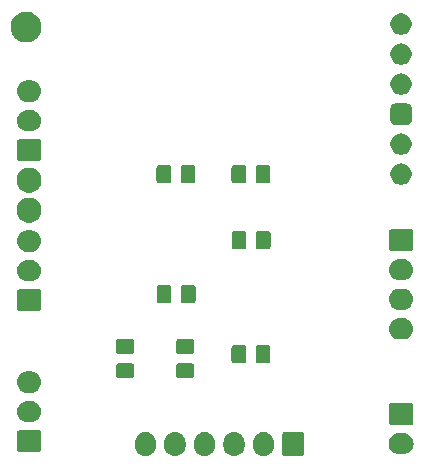
<source format=gbs>
G04 #@! TF.GenerationSoftware,KiCad,Pcbnew,5.1.5*
G04 #@! TF.CreationDate,2020-01-13T20:05:45+01:00*
G04 #@! TF.ProjectId,ESP8266_Uni,45535038-3236-4365-9f55-6e692e6b6963,rev?*
G04 #@! TF.SameCoordinates,Original*
G04 #@! TF.FileFunction,Soldermask,Bot*
G04 #@! TF.FilePolarity,Negative*
%FSLAX46Y46*%
G04 Gerber Fmt 4.6, Leading zero omitted, Abs format (unit mm)*
G04 Created by KiCad (PCBNEW 5.1.5) date 2020-01-13 20:05:45*
%MOMM*%
%LPD*%
G04 APERTURE LIST*
%ADD10C,0.100000*%
G04 APERTURE END LIST*
D10*
G36*
X121280627Y-56391037D02*
G01*
X121450466Y-56442557D01*
X121606991Y-56526222D01*
X121642729Y-56555552D01*
X121744186Y-56638814D01*
X121813943Y-56723815D01*
X121856778Y-56776009D01*
X121940443Y-56932534D01*
X121991963Y-57102374D01*
X122005000Y-57234743D01*
X122005000Y-57573258D01*
X121991963Y-57705627D01*
X121940443Y-57875466D01*
X121856778Y-58031991D01*
X121827448Y-58067729D01*
X121744186Y-58169186D01*
X121606989Y-58281779D01*
X121450467Y-58365442D01*
X121450465Y-58365443D01*
X121280626Y-58416963D01*
X121104000Y-58434359D01*
X120927373Y-58416963D01*
X120757534Y-58365443D01*
X120601009Y-58281778D01*
X120558750Y-58247097D01*
X120463814Y-58169186D01*
X120351221Y-58031989D01*
X120267558Y-57875467D01*
X120265322Y-57868097D01*
X120216037Y-57705626D01*
X120203000Y-57573257D01*
X120203000Y-57234742D01*
X120216037Y-57102373D01*
X120267557Y-56932534D01*
X120351222Y-56776009D01*
X120463815Y-56638815D01*
X120601010Y-56526222D01*
X120757535Y-56442557D01*
X120927374Y-56391037D01*
X121104000Y-56373641D01*
X121280627Y-56391037D01*
G37*
G36*
X123780627Y-56391037D02*
G01*
X123950466Y-56442557D01*
X124106991Y-56526222D01*
X124142729Y-56555552D01*
X124244186Y-56638814D01*
X124313943Y-56723815D01*
X124356778Y-56776009D01*
X124440443Y-56932534D01*
X124491963Y-57102374D01*
X124505000Y-57234743D01*
X124505000Y-57573258D01*
X124491963Y-57705627D01*
X124440443Y-57875466D01*
X124356778Y-58031991D01*
X124327448Y-58067729D01*
X124244186Y-58169186D01*
X124106989Y-58281779D01*
X123950467Y-58365442D01*
X123950465Y-58365443D01*
X123780626Y-58416963D01*
X123604000Y-58434359D01*
X123427373Y-58416963D01*
X123257534Y-58365443D01*
X123101009Y-58281778D01*
X123058750Y-58247097D01*
X122963814Y-58169186D01*
X122851221Y-58031989D01*
X122767558Y-57875467D01*
X122765322Y-57868097D01*
X122716037Y-57705626D01*
X122703000Y-57573257D01*
X122703000Y-57234742D01*
X122716037Y-57102373D01*
X122767557Y-56932534D01*
X122851222Y-56776009D01*
X122963815Y-56638815D01*
X123101010Y-56526222D01*
X123257535Y-56442557D01*
X123427374Y-56391037D01*
X123604000Y-56373641D01*
X123780627Y-56391037D01*
G37*
G36*
X126280627Y-56391037D02*
G01*
X126450466Y-56442557D01*
X126606991Y-56526222D01*
X126642729Y-56555552D01*
X126744186Y-56638814D01*
X126813943Y-56723815D01*
X126856778Y-56776009D01*
X126940443Y-56932534D01*
X126991963Y-57102374D01*
X127005000Y-57234743D01*
X127005000Y-57573258D01*
X126991963Y-57705627D01*
X126940443Y-57875466D01*
X126856778Y-58031991D01*
X126827448Y-58067729D01*
X126744186Y-58169186D01*
X126606989Y-58281779D01*
X126450467Y-58365442D01*
X126450465Y-58365443D01*
X126280626Y-58416963D01*
X126104000Y-58434359D01*
X125927373Y-58416963D01*
X125757534Y-58365443D01*
X125601009Y-58281778D01*
X125558750Y-58247097D01*
X125463814Y-58169186D01*
X125351221Y-58031989D01*
X125267558Y-57875467D01*
X125265322Y-57868097D01*
X125216037Y-57705626D01*
X125203000Y-57573257D01*
X125203000Y-57234742D01*
X125216037Y-57102373D01*
X125267557Y-56932534D01*
X125351222Y-56776009D01*
X125463815Y-56638815D01*
X125601010Y-56526222D01*
X125757535Y-56442557D01*
X125927374Y-56391037D01*
X126104000Y-56373641D01*
X126280627Y-56391037D01*
G37*
G36*
X131280627Y-56391037D02*
G01*
X131450466Y-56442557D01*
X131606991Y-56526222D01*
X131642729Y-56555552D01*
X131744186Y-56638814D01*
X131813943Y-56723815D01*
X131856778Y-56776009D01*
X131940443Y-56932534D01*
X131991963Y-57102374D01*
X132005000Y-57234743D01*
X132005000Y-57573258D01*
X131991963Y-57705627D01*
X131940443Y-57875466D01*
X131856778Y-58031991D01*
X131827448Y-58067729D01*
X131744186Y-58169186D01*
X131606989Y-58281779D01*
X131450467Y-58365442D01*
X131450465Y-58365443D01*
X131280626Y-58416963D01*
X131104000Y-58434359D01*
X130927373Y-58416963D01*
X130757534Y-58365443D01*
X130601009Y-58281778D01*
X130558750Y-58247097D01*
X130463814Y-58169186D01*
X130351221Y-58031989D01*
X130267558Y-57875467D01*
X130265322Y-57868097D01*
X130216037Y-57705626D01*
X130203000Y-57573257D01*
X130203000Y-57234742D01*
X130216037Y-57102373D01*
X130267557Y-56932534D01*
X130351222Y-56776009D01*
X130463815Y-56638815D01*
X130601010Y-56526222D01*
X130757535Y-56442557D01*
X130927374Y-56391037D01*
X131104000Y-56373641D01*
X131280627Y-56391037D01*
G37*
G36*
X128780627Y-56391037D02*
G01*
X128950466Y-56442557D01*
X129106991Y-56526222D01*
X129142729Y-56555552D01*
X129244186Y-56638814D01*
X129313943Y-56723815D01*
X129356778Y-56776009D01*
X129440443Y-56932534D01*
X129491963Y-57102374D01*
X129505000Y-57234743D01*
X129505000Y-57573258D01*
X129491963Y-57705627D01*
X129440443Y-57875466D01*
X129356778Y-58031991D01*
X129327448Y-58067729D01*
X129244186Y-58169186D01*
X129106989Y-58281779D01*
X128950467Y-58365442D01*
X128950465Y-58365443D01*
X128780626Y-58416963D01*
X128604000Y-58434359D01*
X128427373Y-58416963D01*
X128257534Y-58365443D01*
X128101009Y-58281778D01*
X128058750Y-58247097D01*
X127963814Y-58169186D01*
X127851221Y-58031989D01*
X127767558Y-57875467D01*
X127765322Y-57868097D01*
X127716037Y-57705626D01*
X127703000Y-57573257D01*
X127703000Y-57234742D01*
X127716037Y-57102373D01*
X127767557Y-56932534D01*
X127851222Y-56776009D01*
X127963815Y-56638815D01*
X128101010Y-56526222D01*
X128257535Y-56442557D01*
X128427374Y-56391037D01*
X128604000Y-56373641D01*
X128780627Y-56391037D01*
G37*
G36*
X134362600Y-56381989D02*
G01*
X134395652Y-56392015D01*
X134426103Y-56408292D01*
X134452799Y-56430201D01*
X134474708Y-56456897D01*
X134490985Y-56487348D01*
X134501011Y-56520400D01*
X134505000Y-56560903D01*
X134505000Y-58247097D01*
X134501011Y-58287600D01*
X134490985Y-58320652D01*
X134474708Y-58351103D01*
X134452799Y-58377799D01*
X134426103Y-58399708D01*
X134395652Y-58415985D01*
X134362600Y-58426011D01*
X134322097Y-58430000D01*
X132885903Y-58430000D01*
X132845400Y-58426011D01*
X132812348Y-58415985D01*
X132781897Y-58399708D01*
X132755201Y-58377799D01*
X132733292Y-58351103D01*
X132717015Y-58320652D01*
X132706989Y-58287600D01*
X132703000Y-58247097D01*
X132703000Y-56560903D01*
X132706989Y-56520400D01*
X132717015Y-56487348D01*
X132733292Y-56456897D01*
X132755201Y-56430201D01*
X132781897Y-56408292D01*
X132812348Y-56392015D01*
X132845400Y-56381989D01*
X132885903Y-56378000D01*
X134322097Y-56378000D01*
X134362600Y-56381989D01*
G37*
G36*
X143008442Y-56469518D02*
G01*
X143074627Y-56476037D01*
X143244466Y-56527557D01*
X143244468Y-56527558D01*
X143322728Y-56569389D01*
X143400991Y-56611222D01*
X143434612Y-56638814D01*
X143538186Y-56723814D01*
X143621448Y-56825271D01*
X143650778Y-56861009D01*
X143734443Y-57017534D01*
X143785963Y-57187373D01*
X143803359Y-57364000D01*
X143785963Y-57540627D01*
X143734443Y-57710466D01*
X143650778Y-57866991D01*
X143621448Y-57902729D01*
X143538186Y-58004186D01*
X143436729Y-58087448D01*
X143400991Y-58116778D01*
X143244466Y-58200443D01*
X143074627Y-58251963D01*
X143008442Y-58258482D01*
X142942260Y-58265000D01*
X142553740Y-58265000D01*
X142487558Y-58258482D01*
X142421373Y-58251963D01*
X142251534Y-58200443D01*
X142095009Y-58116778D01*
X142059271Y-58087448D01*
X141957814Y-58004186D01*
X141874552Y-57902729D01*
X141845222Y-57866991D01*
X141761557Y-57710466D01*
X141710037Y-57540627D01*
X141692641Y-57364000D01*
X141710037Y-57187373D01*
X141761557Y-57017534D01*
X141845222Y-56861009D01*
X141874552Y-56825271D01*
X141957814Y-56723814D01*
X142061388Y-56638814D01*
X142095009Y-56611222D01*
X142173272Y-56569389D01*
X142251532Y-56527558D01*
X142251534Y-56527557D01*
X142421373Y-56476037D01*
X142487558Y-56469518D01*
X142553740Y-56463000D01*
X142942260Y-56463000D01*
X143008442Y-56469518D01*
G37*
G36*
X112135600Y-56252989D02*
G01*
X112168652Y-56263015D01*
X112199103Y-56279292D01*
X112225799Y-56301201D01*
X112247708Y-56327897D01*
X112263985Y-56358348D01*
X112274011Y-56391400D01*
X112278000Y-56431903D01*
X112278000Y-57868097D01*
X112274011Y-57908600D01*
X112263985Y-57941652D01*
X112247708Y-57972103D01*
X112225799Y-57998799D01*
X112199103Y-58020708D01*
X112168652Y-58036985D01*
X112135600Y-58047011D01*
X112095097Y-58051000D01*
X110408903Y-58051000D01*
X110368400Y-58047011D01*
X110335348Y-58036985D01*
X110304897Y-58020708D01*
X110278201Y-57998799D01*
X110256292Y-57972103D01*
X110240015Y-57941652D01*
X110229989Y-57908600D01*
X110226000Y-57868097D01*
X110226000Y-56431903D01*
X110229989Y-56391400D01*
X110240015Y-56358348D01*
X110256292Y-56327897D01*
X110278201Y-56301201D01*
X110304897Y-56279292D01*
X110335348Y-56263015D01*
X110368400Y-56252989D01*
X110408903Y-56249000D01*
X112095097Y-56249000D01*
X112135600Y-56252989D01*
G37*
G36*
X143656600Y-53966989D02*
G01*
X143689652Y-53977015D01*
X143720103Y-53993292D01*
X143746799Y-54015201D01*
X143768708Y-54041897D01*
X143784985Y-54072348D01*
X143795011Y-54105400D01*
X143799000Y-54145903D01*
X143799000Y-55582097D01*
X143795011Y-55622600D01*
X143784985Y-55655652D01*
X143768708Y-55686103D01*
X143746799Y-55712799D01*
X143720103Y-55734708D01*
X143689652Y-55750985D01*
X143656600Y-55761011D01*
X143616097Y-55765000D01*
X141879903Y-55765000D01*
X141839400Y-55761011D01*
X141806348Y-55750985D01*
X141775897Y-55734708D01*
X141749201Y-55712799D01*
X141727292Y-55686103D01*
X141711015Y-55655652D01*
X141700989Y-55622600D01*
X141697000Y-55582097D01*
X141697000Y-54145903D01*
X141700989Y-54105400D01*
X141711015Y-54072348D01*
X141727292Y-54041897D01*
X141749201Y-54015201D01*
X141775897Y-53993292D01*
X141806348Y-53977015D01*
X141839400Y-53966989D01*
X141879903Y-53963000D01*
X143616097Y-53963000D01*
X143656600Y-53966989D01*
G37*
G36*
X111487442Y-53755518D02*
G01*
X111553627Y-53762037D01*
X111723466Y-53813557D01*
X111879991Y-53897222D01*
X111915729Y-53926552D01*
X112017186Y-54009814D01*
X112095630Y-54105400D01*
X112129778Y-54147009D01*
X112213443Y-54303534D01*
X112264963Y-54473373D01*
X112282359Y-54650000D01*
X112264963Y-54826627D01*
X112213443Y-54996466D01*
X112129778Y-55152991D01*
X112100448Y-55188729D01*
X112017186Y-55290186D01*
X111915729Y-55373448D01*
X111879991Y-55402778D01*
X111723466Y-55486443D01*
X111553627Y-55537963D01*
X111487443Y-55544481D01*
X111421260Y-55551000D01*
X111082740Y-55551000D01*
X111016557Y-55544481D01*
X110950373Y-55537963D01*
X110780534Y-55486443D01*
X110624009Y-55402778D01*
X110588271Y-55373448D01*
X110486814Y-55290186D01*
X110403552Y-55188729D01*
X110374222Y-55152991D01*
X110290557Y-54996466D01*
X110239037Y-54826627D01*
X110221641Y-54650000D01*
X110239037Y-54473373D01*
X110290557Y-54303534D01*
X110374222Y-54147009D01*
X110408370Y-54105400D01*
X110486814Y-54009814D01*
X110588271Y-53926552D01*
X110624009Y-53897222D01*
X110780534Y-53813557D01*
X110950373Y-53762037D01*
X111016558Y-53755518D01*
X111082740Y-53749000D01*
X111421260Y-53749000D01*
X111487442Y-53755518D01*
G37*
G36*
X111487443Y-51255519D02*
G01*
X111553627Y-51262037D01*
X111723466Y-51313557D01*
X111879991Y-51397222D01*
X111915729Y-51426552D01*
X112017186Y-51509814D01*
X112081289Y-51587925D01*
X112129778Y-51647009D01*
X112213443Y-51803534D01*
X112264963Y-51973373D01*
X112282359Y-52150000D01*
X112264963Y-52326627D01*
X112213443Y-52496466D01*
X112129778Y-52652991D01*
X112100448Y-52688729D01*
X112017186Y-52790186D01*
X111915729Y-52873448D01*
X111879991Y-52902778D01*
X111723466Y-52986443D01*
X111553627Y-53037963D01*
X111487442Y-53044482D01*
X111421260Y-53051000D01*
X111082740Y-53051000D01*
X111016558Y-53044482D01*
X110950373Y-53037963D01*
X110780534Y-52986443D01*
X110624009Y-52902778D01*
X110588271Y-52873448D01*
X110486814Y-52790186D01*
X110403552Y-52688729D01*
X110374222Y-52652991D01*
X110290557Y-52496466D01*
X110239037Y-52326627D01*
X110221641Y-52150000D01*
X110239037Y-51973373D01*
X110290557Y-51803534D01*
X110374222Y-51647009D01*
X110422711Y-51587925D01*
X110486814Y-51509814D01*
X110588271Y-51426552D01*
X110624009Y-51397222D01*
X110780534Y-51313557D01*
X110950373Y-51262037D01*
X111016558Y-51255518D01*
X111082740Y-51249000D01*
X111421260Y-51249000D01*
X111487443Y-51255519D01*
G37*
G36*
X125048674Y-50568465D02*
G01*
X125086367Y-50579899D01*
X125121103Y-50598466D01*
X125151548Y-50623452D01*
X125176534Y-50653897D01*
X125195101Y-50688633D01*
X125206535Y-50726326D01*
X125211000Y-50771661D01*
X125211000Y-51608339D01*
X125206535Y-51653674D01*
X125195101Y-51691367D01*
X125176534Y-51726103D01*
X125151548Y-51756548D01*
X125121103Y-51781534D01*
X125086367Y-51800101D01*
X125048674Y-51811535D01*
X125003339Y-51816000D01*
X123916661Y-51816000D01*
X123871326Y-51811535D01*
X123833633Y-51800101D01*
X123798897Y-51781534D01*
X123768452Y-51756548D01*
X123743466Y-51726103D01*
X123724899Y-51691367D01*
X123713465Y-51653674D01*
X123709000Y-51608339D01*
X123709000Y-50771661D01*
X123713465Y-50726326D01*
X123724899Y-50688633D01*
X123743466Y-50653897D01*
X123768452Y-50623452D01*
X123798897Y-50598466D01*
X123833633Y-50579899D01*
X123871326Y-50568465D01*
X123916661Y-50564000D01*
X125003339Y-50564000D01*
X125048674Y-50568465D01*
G37*
G36*
X119968674Y-50559465D02*
G01*
X120006367Y-50570899D01*
X120041103Y-50589466D01*
X120071548Y-50614452D01*
X120096534Y-50644897D01*
X120115101Y-50679633D01*
X120126535Y-50717326D01*
X120131000Y-50762661D01*
X120131000Y-51599339D01*
X120126535Y-51644674D01*
X120115101Y-51682367D01*
X120096534Y-51717103D01*
X120071548Y-51747548D01*
X120041103Y-51772534D01*
X120006367Y-51791101D01*
X119968674Y-51802535D01*
X119923339Y-51807000D01*
X118836661Y-51807000D01*
X118791326Y-51802535D01*
X118753633Y-51791101D01*
X118718897Y-51772534D01*
X118688452Y-51747548D01*
X118663466Y-51717103D01*
X118644899Y-51682367D01*
X118633465Y-51644674D01*
X118629000Y-51599339D01*
X118629000Y-50762661D01*
X118633465Y-50717326D01*
X118644899Y-50679633D01*
X118663466Y-50644897D01*
X118688452Y-50614452D01*
X118718897Y-50589466D01*
X118753633Y-50570899D01*
X118791326Y-50559465D01*
X118836661Y-50555000D01*
X119923339Y-50555000D01*
X119968674Y-50559465D01*
G37*
G36*
X131527674Y-49037465D02*
G01*
X131565367Y-49048899D01*
X131600103Y-49067466D01*
X131630548Y-49092452D01*
X131655534Y-49122897D01*
X131674101Y-49157633D01*
X131685535Y-49195326D01*
X131690000Y-49240661D01*
X131690000Y-50327339D01*
X131685535Y-50372674D01*
X131674101Y-50410367D01*
X131655534Y-50445103D01*
X131630548Y-50475548D01*
X131600103Y-50500534D01*
X131565367Y-50519101D01*
X131527674Y-50530535D01*
X131482339Y-50535000D01*
X130645661Y-50535000D01*
X130600326Y-50530535D01*
X130562633Y-50519101D01*
X130527897Y-50500534D01*
X130497452Y-50475548D01*
X130472466Y-50445103D01*
X130453899Y-50410367D01*
X130442465Y-50372674D01*
X130438000Y-50327339D01*
X130438000Y-49240661D01*
X130442465Y-49195326D01*
X130453899Y-49157633D01*
X130472466Y-49122897D01*
X130497452Y-49092452D01*
X130527897Y-49067466D01*
X130562633Y-49048899D01*
X130600326Y-49037465D01*
X130645661Y-49033000D01*
X131482339Y-49033000D01*
X131527674Y-49037465D01*
G37*
G36*
X129477674Y-49037465D02*
G01*
X129515367Y-49048899D01*
X129550103Y-49067466D01*
X129580548Y-49092452D01*
X129605534Y-49122897D01*
X129624101Y-49157633D01*
X129635535Y-49195326D01*
X129640000Y-49240661D01*
X129640000Y-50327339D01*
X129635535Y-50372674D01*
X129624101Y-50410367D01*
X129605534Y-50445103D01*
X129580548Y-50475548D01*
X129550103Y-50500534D01*
X129515367Y-50519101D01*
X129477674Y-50530535D01*
X129432339Y-50535000D01*
X128595661Y-50535000D01*
X128550326Y-50530535D01*
X128512633Y-50519101D01*
X128477897Y-50500534D01*
X128447452Y-50475548D01*
X128422466Y-50445103D01*
X128403899Y-50410367D01*
X128392465Y-50372674D01*
X128388000Y-50327339D01*
X128388000Y-49240661D01*
X128392465Y-49195326D01*
X128403899Y-49157633D01*
X128422466Y-49122897D01*
X128447452Y-49092452D01*
X128477897Y-49067466D01*
X128512633Y-49048899D01*
X128550326Y-49037465D01*
X128595661Y-49033000D01*
X129432339Y-49033000D01*
X129477674Y-49037465D01*
G37*
G36*
X125048674Y-48518465D02*
G01*
X125086367Y-48529899D01*
X125121103Y-48548466D01*
X125151548Y-48573452D01*
X125176534Y-48603897D01*
X125195101Y-48638633D01*
X125206535Y-48676326D01*
X125211000Y-48721661D01*
X125211000Y-49558339D01*
X125206535Y-49603674D01*
X125195101Y-49641367D01*
X125176534Y-49676103D01*
X125151548Y-49706548D01*
X125121103Y-49731534D01*
X125086367Y-49750101D01*
X125048674Y-49761535D01*
X125003339Y-49766000D01*
X123916661Y-49766000D01*
X123871326Y-49761535D01*
X123833633Y-49750101D01*
X123798897Y-49731534D01*
X123768452Y-49706548D01*
X123743466Y-49676103D01*
X123724899Y-49641367D01*
X123713465Y-49603674D01*
X123709000Y-49558339D01*
X123709000Y-48721661D01*
X123713465Y-48676326D01*
X123724899Y-48638633D01*
X123743466Y-48603897D01*
X123768452Y-48573452D01*
X123798897Y-48548466D01*
X123833633Y-48529899D01*
X123871326Y-48518465D01*
X123916661Y-48514000D01*
X125003339Y-48514000D01*
X125048674Y-48518465D01*
G37*
G36*
X119968674Y-48509465D02*
G01*
X120006367Y-48520899D01*
X120041103Y-48539466D01*
X120071548Y-48564452D01*
X120096534Y-48594897D01*
X120115101Y-48629633D01*
X120126535Y-48667326D01*
X120131000Y-48712661D01*
X120131000Y-49549339D01*
X120126535Y-49594674D01*
X120115101Y-49632367D01*
X120096534Y-49667103D01*
X120071548Y-49697548D01*
X120041103Y-49722534D01*
X120006367Y-49741101D01*
X119968674Y-49752535D01*
X119923339Y-49757000D01*
X118836661Y-49757000D01*
X118791326Y-49752535D01*
X118753633Y-49741101D01*
X118718897Y-49722534D01*
X118688452Y-49697548D01*
X118663466Y-49667103D01*
X118644899Y-49632367D01*
X118633465Y-49594674D01*
X118629000Y-49549339D01*
X118629000Y-48712661D01*
X118633465Y-48667326D01*
X118644899Y-48629633D01*
X118663466Y-48594897D01*
X118688452Y-48564452D01*
X118718897Y-48539466D01*
X118753633Y-48520899D01*
X118791326Y-48509465D01*
X118836661Y-48505000D01*
X119923339Y-48505000D01*
X119968674Y-48509465D01*
G37*
G36*
X142983442Y-46737518D02*
G01*
X143049627Y-46744037D01*
X143219466Y-46795557D01*
X143375991Y-46879222D01*
X143411729Y-46908552D01*
X143513186Y-46991814D01*
X143596448Y-47093271D01*
X143625778Y-47129009D01*
X143709443Y-47285534D01*
X143760963Y-47455373D01*
X143778359Y-47632000D01*
X143760963Y-47808627D01*
X143709443Y-47978466D01*
X143625778Y-48134991D01*
X143596448Y-48170729D01*
X143513186Y-48272186D01*
X143411729Y-48355448D01*
X143375991Y-48384778D01*
X143219466Y-48468443D01*
X143049627Y-48519963D01*
X142983442Y-48526482D01*
X142917260Y-48533000D01*
X142578740Y-48533000D01*
X142512558Y-48526482D01*
X142446373Y-48519963D01*
X142276534Y-48468443D01*
X142120009Y-48384778D01*
X142084271Y-48355448D01*
X141982814Y-48272186D01*
X141899552Y-48170729D01*
X141870222Y-48134991D01*
X141786557Y-47978466D01*
X141735037Y-47808627D01*
X141717641Y-47632000D01*
X141735037Y-47455373D01*
X141786557Y-47285534D01*
X141870222Y-47129009D01*
X141899552Y-47093271D01*
X141982814Y-46991814D01*
X142084271Y-46908552D01*
X142120009Y-46879222D01*
X142276534Y-46795557D01*
X142446373Y-46744037D01*
X142512558Y-46737518D01*
X142578740Y-46731000D01*
X142917260Y-46731000D01*
X142983442Y-46737518D01*
G37*
G36*
X112135600Y-44314989D02*
G01*
X112168652Y-44325015D01*
X112199103Y-44341292D01*
X112225799Y-44363201D01*
X112247708Y-44389897D01*
X112263985Y-44420348D01*
X112274011Y-44453400D01*
X112278000Y-44493903D01*
X112278000Y-45930097D01*
X112274011Y-45970600D01*
X112263985Y-46003652D01*
X112247708Y-46034103D01*
X112225799Y-46060799D01*
X112199103Y-46082708D01*
X112168652Y-46098985D01*
X112135600Y-46109011D01*
X112095097Y-46113000D01*
X110408903Y-46113000D01*
X110368400Y-46109011D01*
X110335348Y-46098985D01*
X110304897Y-46082708D01*
X110278201Y-46060799D01*
X110256292Y-46034103D01*
X110240015Y-46003652D01*
X110229989Y-45970600D01*
X110226000Y-45930097D01*
X110226000Y-44493903D01*
X110229989Y-44453400D01*
X110240015Y-44420348D01*
X110256292Y-44389897D01*
X110278201Y-44363201D01*
X110304897Y-44341292D01*
X110335348Y-44325015D01*
X110368400Y-44314989D01*
X110408903Y-44311000D01*
X112095097Y-44311000D01*
X112135600Y-44314989D01*
G37*
G36*
X142983442Y-44237518D02*
G01*
X143049627Y-44244037D01*
X143219466Y-44295557D01*
X143219468Y-44295558D01*
X143257884Y-44316092D01*
X143375991Y-44379222D01*
X143388998Y-44389897D01*
X143513186Y-44491814D01*
X143596448Y-44593271D01*
X143625778Y-44629009D01*
X143709443Y-44785534D01*
X143760963Y-44955373D01*
X143778359Y-45132000D01*
X143760963Y-45308627D01*
X143709443Y-45478466D01*
X143625778Y-45634991D01*
X143596448Y-45670729D01*
X143513186Y-45772186D01*
X143420805Y-45848000D01*
X143375991Y-45884778D01*
X143219466Y-45968443D01*
X143049627Y-46019963D01*
X142983442Y-46026482D01*
X142917260Y-46033000D01*
X142578740Y-46033000D01*
X142512557Y-46026481D01*
X142446373Y-46019963D01*
X142276534Y-45968443D01*
X142120009Y-45884778D01*
X142075195Y-45848000D01*
X141982814Y-45772186D01*
X141899552Y-45670729D01*
X141870222Y-45634991D01*
X141786557Y-45478466D01*
X141735037Y-45308627D01*
X141717641Y-45132000D01*
X141735037Y-44955373D01*
X141786557Y-44785534D01*
X141870222Y-44629009D01*
X141899552Y-44593271D01*
X141982814Y-44491814D01*
X142107002Y-44389897D01*
X142120009Y-44379222D01*
X142238116Y-44316092D01*
X142276532Y-44295558D01*
X142276534Y-44295557D01*
X142446373Y-44244037D01*
X142512557Y-44237519D01*
X142578740Y-44231000D01*
X142917260Y-44231000D01*
X142983442Y-44237518D01*
G37*
G36*
X125186674Y-43957465D02*
G01*
X125224367Y-43968899D01*
X125259103Y-43987466D01*
X125289548Y-44012452D01*
X125314534Y-44042897D01*
X125333101Y-44077633D01*
X125344535Y-44115326D01*
X125349000Y-44160661D01*
X125349000Y-45247339D01*
X125344535Y-45292674D01*
X125333101Y-45330367D01*
X125314534Y-45365103D01*
X125289548Y-45395548D01*
X125259103Y-45420534D01*
X125224367Y-45439101D01*
X125186674Y-45450535D01*
X125141339Y-45455000D01*
X124304661Y-45455000D01*
X124259326Y-45450535D01*
X124221633Y-45439101D01*
X124186897Y-45420534D01*
X124156452Y-45395548D01*
X124131466Y-45365103D01*
X124112899Y-45330367D01*
X124101465Y-45292674D01*
X124097000Y-45247339D01*
X124097000Y-44160661D01*
X124101465Y-44115326D01*
X124112899Y-44077633D01*
X124131466Y-44042897D01*
X124156452Y-44012452D01*
X124186897Y-43987466D01*
X124221633Y-43968899D01*
X124259326Y-43957465D01*
X124304661Y-43953000D01*
X125141339Y-43953000D01*
X125186674Y-43957465D01*
G37*
G36*
X123136674Y-43957465D02*
G01*
X123174367Y-43968899D01*
X123209103Y-43987466D01*
X123239548Y-44012452D01*
X123264534Y-44042897D01*
X123283101Y-44077633D01*
X123294535Y-44115326D01*
X123299000Y-44160661D01*
X123299000Y-45247339D01*
X123294535Y-45292674D01*
X123283101Y-45330367D01*
X123264534Y-45365103D01*
X123239548Y-45395548D01*
X123209103Y-45420534D01*
X123174367Y-45439101D01*
X123136674Y-45450535D01*
X123091339Y-45455000D01*
X122254661Y-45455000D01*
X122209326Y-45450535D01*
X122171633Y-45439101D01*
X122136897Y-45420534D01*
X122106452Y-45395548D01*
X122081466Y-45365103D01*
X122062899Y-45330367D01*
X122051465Y-45292674D01*
X122047000Y-45247339D01*
X122047000Y-44160661D01*
X122051465Y-44115326D01*
X122062899Y-44077633D01*
X122081466Y-44042897D01*
X122106452Y-44012452D01*
X122136897Y-43987466D01*
X122171633Y-43968899D01*
X122209326Y-43957465D01*
X122254661Y-43953000D01*
X123091339Y-43953000D01*
X123136674Y-43957465D01*
G37*
G36*
X111487443Y-41817519D02*
G01*
X111553627Y-41824037D01*
X111723466Y-41875557D01*
X111879991Y-41959222D01*
X111915729Y-41988552D01*
X112017186Y-42071814D01*
X112100448Y-42173271D01*
X112129778Y-42209009D01*
X112213443Y-42365534D01*
X112264963Y-42535373D01*
X112282359Y-42712000D01*
X112264963Y-42888627D01*
X112213443Y-43058466D01*
X112129778Y-43214991D01*
X112100448Y-43250729D01*
X112017186Y-43352186D01*
X111915729Y-43435448D01*
X111879991Y-43464778D01*
X111723466Y-43548443D01*
X111553627Y-43599963D01*
X111487442Y-43606482D01*
X111421260Y-43613000D01*
X111082740Y-43613000D01*
X111016558Y-43606482D01*
X110950373Y-43599963D01*
X110780534Y-43548443D01*
X110624009Y-43464778D01*
X110588271Y-43435448D01*
X110486814Y-43352186D01*
X110403552Y-43250729D01*
X110374222Y-43214991D01*
X110290557Y-43058466D01*
X110239037Y-42888627D01*
X110221641Y-42712000D01*
X110239037Y-42535373D01*
X110290557Y-42365534D01*
X110374222Y-42209009D01*
X110403552Y-42173271D01*
X110486814Y-42071814D01*
X110588271Y-41988552D01*
X110624009Y-41959222D01*
X110780534Y-41875557D01*
X110950373Y-41824037D01*
X111016557Y-41817519D01*
X111082740Y-41811000D01*
X111421260Y-41811000D01*
X111487443Y-41817519D01*
G37*
G36*
X142983442Y-41737518D02*
G01*
X143049627Y-41744037D01*
X143219466Y-41795557D01*
X143375991Y-41879222D01*
X143411729Y-41908552D01*
X143513186Y-41991814D01*
X143578839Y-42071814D01*
X143625778Y-42129009D01*
X143709443Y-42285534D01*
X143760963Y-42455373D01*
X143778359Y-42632000D01*
X143760963Y-42808627D01*
X143709443Y-42978466D01*
X143625778Y-43134991D01*
X143596448Y-43170729D01*
X143513186Y-43272186D01*
X143415705Y-43352185D01*
X143375991Y-43384778D01*
X143219466Y-43468443D01*
X143049627Y-43519963D01*
X142983443Y-43526481D01*
X142917260Y-43533000D01*
X142578740Y-43533000D01*
X142512557Y-43526481D01*
X142446373Y-43519963D01*
X142276534Y-43468443D01*
X142120009Y-43384778D01*
X142080295Y-43352185D01*
X141982814Y-43272186D01*
X141899552Y-43170729D01*
X141870222Y-43134991D01*
X141786557Y-42978466D01*
X141735037Y-42808627D01*
X141717641Y-42632000D01*
X141735037Y-42455373D01*
X141786557Y-42285534D01*
X141870222Y-42129009D01*
X141917161Y-42071814D01*
X141982814Y-41991814D01*
X142084271Y-41908552D01*
X142120009Y-41879222D01*
X142276534Y-41795557D01*
X142446373Y-41744037D01*
X142512558Y-41737518D01*
X142578740Y-41731000D01*
X142917260Y-41731000D01*
X142983442Y-41737518D01*
G37*
G36*
X111487443Y-39317519D02*
G01*
X111553627Y-39324037D01*
X111723466Y-39375557D01*
X111723468Y-39375558D01*
X111743434Y-39386230D01*
X111879991Y-39459222D01*
X111915729Y-39488552D01*
X112017186Y-39571814D01*
X112100448Y-39673271D01*
X112129778Y-39709009D01*
X112213443Y-39865534D01*
X112264963Y-40035373D01*
X112282359Y-40212000D01*
X112264963Y-40388627D01*
X112213443Y-40558466D01*
X112129778Y-40714991D01*
X112125114Y-40720674D01*
X112017186Y-40852186D01*
X111940370Y-40915226D01*
X111879991Y-40964778D01*
X111801728Y-41006611D01*
X111759821Y-41029011D01*
X111723466Y-41048443D01*
X111553627Y-41099963D01*
X111487442Y-41106482D01*
X111421260Y-41113000D01*
X111082740Y-41113000D01*
X111016558Y-41106482D01*
X110950373Y-41099963D01*
X110780534Y-41048443D01*
X110744180Y-41029011D01*
X110702272Y-41006611D01*
X110624009Y-40964778D01*
X110563630Y-40915226D01*
X110486814Y-40852186D01*
X110378886Y-40720674D01*
X110374222Y-40714991D01*
X110290557Y-40558466D01*
X110239037Y-40388627D01*
X110221641Y-40212000D01*
X110239037Y-40035373D01*
X110290557Y-39865534D01*
X110374222Y-39709009D01*
X110403552Y-39673271D01*
X110486814Y-39571814D01*
X110588271Y-39488552D01*
X110624009Y-39459222D01*
X110760566Y-39386230D01*
X110780532Y-39375558D01*
X110780534Y-39375557D01*
X110950373Y-39324037D01*
X111016557Y-39317519D01*
X111082740Y-39311000D01*
X111421260Y-39311000D01*
X111487443Y-39317519D01*
G37*
G36*
X143631600Y-39234989D02*
G01*
X143664652Y-39245015D01*
X143695103Y-39261292D01*
X143721799Y-39283201D01*
X143743708Y-39309897D01*
X143759985Y-39340348D01*
X143770011Y-39373400D01*
X143774000Y-39413903D01*
X143774000Y-40850097D01*
X143770011Y-40890600D01*
X143759985Y-40923652D01*
X143743708Y-40954103D01*
X143721799Y-40980799D01*
X143695103Y-41002708D01*
X143664652Y-41018985D01*
X143631600Y-41029011D01*
X143591097Y-41033000D01*
X141904903Y-41033000D01*
X141864400Y-41029011D01*
X141831348Y-41018985D01*
X141800897Y-41002708D01*
X141774201Y-40980799D01*
X141752292Y-40954103D01*
X141736015Y-40923652D01*
X141725989Y-40890600D01*
X141722000Y-40850097D01*
X141722000Y-39413903D01*
X141725989Y-39373400D01*
X141736015Y-39340348D01*
X141752292Y-39309897D01*
X141774201Y-39283201D01*
X141800897Y-39261292D01*
X141831348Y-39245015D01*
X141864400Y-39234989D01*
X141904903Y-39231000D01*
X143591097Y-39231000D01*
X143631600Y-39234989D01*
G37*
G36*
X131536674Y-39385465D02*
G01*
X131574367Y-39396899D01*
X131609103Y-39415466D01*
X131639548Y-39440452D01*
X131664534Y-39470897D01*
X131683101Y-39505633D01*
X131694535Y-39543326D01*
X131699000Y-39588661D01*
X131699000Y-40675339D01*
X131694535Y-40720674D01*
X131683101Y-40758367D01*
X131664534Y-40793103D01*
X131639548Y-40823548D01*
X131609103Y-40848534D01*
X131574367Y-40867101D01*
X131536674Y-40878535D01*
X131491339Y-40883000D01*
X130654661Y-40883000D01*
X130609326Y-40878535D01*
X130571633Y-40867101D01*
X130536897Y-40848534D01*
X130506452Y-40823548D01*
X130481466Y-40793103D01*
X130462899Y-40758367D01*
X130451465Y-40720674D01*
X130447000Y-40675339D01*
X130447000Y-39588661D01*
X130451465Y-39543326D01*
X130462899Y-39505633D01*
X130481466Y-39470897D01*
X130506452Y-39440452D01*
X130536897Y-39415466D01*
X130571633Y-39396899D01*
X130609326Y-39385465D01*
X130654661Y-39381000D01*
X131491339Y-39381000D01*
X131536674Y-39385465D01*
G37*
G36*
X129486674Y-39385465D02*
G01*
X129524367Y-39396899D01*
X129559103Y-39415466D01*
X129589548Y-39440452D01*
X129614534Y-39470897D01*
X129633101Y-39505633D01*
X129644535Y-39543326D01*
X129649000Y-39588661D01*
X129649000Y-40675339D01*
X129644535Y-40720674D01*
X129633101Y-40758367D01*
X129614534Y-40793103D01*
X129589548Y-40823548D01*
X129559103Y-40848534D01*
X129524367Y-40867101D01*
X129486674Y-40878535D01*
X129441339Y-40883000D01*
X128604661Y-40883000D01*
X128559326Y-40878535D01*
X128521633Y-40867101D01*
X128486897Y-40848534D01*
X128456452Y-40823548D01*
X128431466Y-40793103D01*
X128412899Y-40758367D01*
X128401465Y-40720674D01*
X128397000Y-40675339D01*
X128397000Y-39588661D01*
X128401465Y-39543326D01*
X128412899Y-39505633D01*
X128431466Y-39470897D01*
X128456452Y-39440452D01*
X128486897Y-39415466D01*
X128521633Y-39396899D01*
X128559326Y-39385465D01*
X128604661Y-39381000D01*
X129441339Y-39381000D01*
X129486674Y-39385465D01*
G37*
G36*
X111558564Y-36581389D02*
G01*
X111749833Y-36660615D01*
X111749835Y-36660616D01*
X111921973Y-36775635D01*
X112068365Y-36922027D01*
X112183385Y-37094167D01*
X112262611Y-37285436D01*
X112303000Y-37488484D01*
X112303000Y-37695516D01*
X112262611Y-37898564D01*
X112183385Y-38089833D01*
X112183384Y-38089835D01*
X112068365Y-38261973D01*
X111921973Y-38408365D01*
X111749835Y-38523384D01*
X111749834Y-38523385D01*
X111749833Y-38523385D01*
X111558564Y-38602611D01*
X111355516Y-38643000D01*
X111148484Y-38643000D01*
X110945436Y-38602611D01*
X110754167Y-38523385D01*
X110754166Y-38523385D01*
X110754165Y-38523384D01*
X110582027Y-38408365D01*
X110435635Y-38261973D01*
X110320616Y-38089835D01*
X110320615Y-38089833D01*
X110241389Y-37898564D01*
X110201000Y-37695516D01*
X110201000Y-37488484D01*
X110241389Y-37285436D01*
X110320615Y-37094167D01*
X110435635Y-36922027D01*
X110582027Y-36775635D01*
X110754165Y-36660616D01*
X110754167Y-36660615D01*
X110945436Y-36581389D01*
X111148484Y-36541000D01*
X111355516Y-36541000D01*
X111558564Y-36581389D01*
G37*
G36*
X111558564Y-34041389D02*
G01*
X111749833Y-34120615D01*
X111749835Y-34120616D01*
X111921973Y-34235635D01*
X112068365Y-34382027D01*
X112183385Y-34554167D01*
X112262611Y-34745436D01*
X112303000Y-34948484D01*
X112303000Y-35155516D01*
X112262611Y-35358564D01*
X112226808Y-35445000D01*
X112183384Y-35549835D01*
X112068365Y-35721973D01*
X111921973Y-35868365D01*
X111749835Y-35983384D01*
X111749834Y-35983385D01*
X111749833Y-35983385D01*
X111558564Y-36062611D01*
X111355516Y-36103000D01*
X111148484Y-36103000D01*
X110945436Y-36062611D01*
X110754167Y-35983385D01*
X110754166Y-35983385D01*
X110754165Y-35983384D01*
X110582027Y-35868365D01*
X110435635Y-35721973D01*
X110320616Y-35549835D01*
X110277192Y-35445000D01*
X110241389Y-35358564D01*
X110201000Y-35155516D01*
X110201000Y-34948484D01*
X110241389Y-34745436D01*
X110320615Y-34554167D01*
X110435635Y-34382027D01*
X110582027Y-34235635D01*
X110754165Y-34120616D01*
X110754167Y-34120615D01*
X110945436Y-34041389D01*
X111148484Y-34001000D01*
X111355516Y-34001000D01*
X111558564Y-34041389D01*
G37*
G36*
X142861512Y-33647927D02*
G01*
X143010812Y-33677624D01*
X143174784Y-33745544D01*
X143322354Y-33844147D01*
X143447853Y-33969646D01*
X143546456Y-34117216D01*
X143614376Y-34281188D01*
X143649000Y-34455259D01*
X143649000Y-34632741D01*
X143614376Y-34806812D01*
X143546456Y-34970784D01*
X143447853Y-35118354D01*
X143322354Y-35243853D01*
X143174784Y-35342456D01*
X143010812Y-35410376D01*
X142861512Y-35440073D01*
X142836742Y-35445000D01*
X142659258Y-35445000D01*
X142634488Y-35440073D01*
X142485188Y-35410376D01*
X142321216Y-35342456D01*
X142173646Y-35243853D01*
X142048147Y-35118354D01*
X141949544Y-34970784D01*
X141881624Y-34806812D01*
X141847000Y-34632741D01*
X141847000Y-34455259D01*
X141881624Y-34281188D01*
X141949544Y-34117216D01*
X142048147Y-33969646D01*
X142173646Y-33844147D01*
X142321216Y-33745544D01*
X142485188Y-33677624D01*
X142634488Y-33647927D01*
X142659258Y-33643000D01*
X142836742Y-33643000D01*
X142861512Y-33647927D01*
G37*
G36*
X123127674Y-33797465D02*
G01*
X123165367Y-33808899D01*
X123200103Y-33827466D01*
X123230548Y-33852452D01*
X123255534Y-33882897D01*
X123274101Y-33917633D01*
X123285535Y-33955326D01*
X123290000Y-34000661D01*
X123290000Y-35087339D01*
X123285535Y-35132674D01*
X123274101Y-35170367D01*
X123255534Y-35205103D01*
X123230548Y-35235548D01*
X123200103Y-35260534D01*
X123165367Y-35279101D01*
X123127674Y-35290535D01*
X123082339Y-35295000D01*
X122245661Y-35295000D01*
X122200326Y-35290535D01*
X122162633Y-35279101D01*
X122127897Y-35260534D01*
X122097452Y-35235548D01*
X122072466Y-35205103D01*
X122053899Y-35170367D01*
X122042465Y-35132674D01*
X122038000Y-35087339D01*
X122038000Y-34000661D01*
X122042465Y-33955326D01*
X122053899Y-33917633D01*
X122072466Y-33882897D01*
X122097452Y-33852452D01*
X122127897Y-33827466D01*
X122162633Y-33808899D01*
X122200326Y-33797465D01*
X122245661Y-33793000D01*
X123082339Y-33793000D01*
X123127674Y-33797465D01*
G37*
G36*
X125177674Y-33797465D02*
G01*
X125215367Y-33808899D01*
X125250103Y-33827466D01*
X125280548Y-33852452D01*
X125305534Y-33882897D01*
X125324101Y-33917633D01*
X125335535Y-33955326D01*
X125340000Y-34000661D01*
X125340000Y-35087339D01*
X125335535Y-35132674D01*
X125324101Y-35170367D01*
X125305534Y-35205103D01*
X125280548Y-35235548D01*
X125250103Y-35260534D01*
X125215367Y-35279101D01*
X125177674Y-35290535D01*
X125132339Y-35295000D01*
X124295661Y-35295000D01*
X124250326Y-35290535D01*
X124212633Y-35279101D01*
X124177897Y-35260534D01*
X124147452Y-35235548D01*
X124122466Y-35205103D01*
X124103899Y-35170367D01*
X124092465Y-35132674D01*
X124088000Y-35087339D01*
X124088000Y-34000661D01*
X124092465Y-33955326D01*
X124103899Y-33917633D01*
X124122466Y-33882897D01*
X124147452Y-33852452D01*
X124177897Y-33827466D01*
X124212633Y-33808899D01*
X124250326Y-33797465D01*
X124295661Y-33793000D01*
X125132339Y-33793000D01*
X125177674Y-33797465D01*
G37*
G36*
X129477674Y-33797465D02*
G01*
X129515367Y-33808899D01*
X129550103Y-33827466D01*
X129580548Y-33852452D01*
X129605534Y-33882897D01*
X129624101Y-33917633D01*
X129635535Y-33955326D01*
X129640000Y-34000661D01*
X129640000Y-35087339D01*
X129635535Y-35132674D01*
X129624101Y-35170367D01*
X129605534Y-35205103D01*
X129580548Y-35235548D01*
X129550103Y-35260534D01*
X129515367Y-35279101D01*
X129477674Y-35290535D01*
X129432339Y-35295000D01*
X128595661Y-35295000D01*
X128550326Y-35290535D01*
X128512633Y-35279101D01*
X128477897Y-35260534D01*
X128447452Y-35235548D01*
X128422466Y-35205103D01*
X128403899Y-35170367D01*
X128392465Y-35132674D01*
X128388000Y-35087339D01*
X128388000Y-34000661D01*
X128392465Y-33955326D01*
X128403899Y-33917633D01*
X128422466Y-33882897D01*
X128447452Y-33852452D01*
X128477897Y-33827466D01*
X128512633Y-33808899D01*
X128550326Y-33797465D01*
X128595661Y-33793000D01*
X129432339Y-33793000D01*
X129477674Y-33797465D01*
G37*
G36*
X131527674Y-33797465D02*
G01*
X131565367Y-33808899D01*
X131600103Y-33827466D01*
X131630548Y-33852452D01*
X131655534Y-33882897D01*
X131674101Y-33917633D01*
X131685535Y-33955326D01*
X131690000Y-34000661D01*
X131690000Y-35087339D01*
X131685535Y-35132674D01*
X131674101Y-35170367D01*
X131655534Y-35205103D01*
X131630548Y-35235548D01*
X131600103Y-35260534D01*
X131565367Y-35279101D01*
X131527674Y-35290535D01*
X131482339Y-35295000D01*
X130645661Y-35295000D01*
X130600326Y-35290535D01*
X130562633Y-35279101D01*
X130527897Y-35260534D01*
X130497452Y-35235548D01*
X130472466Y-35205103D01*
X130453899Y-35170367D01*
X130442465Y-35132674D01*
X130438000Y-35087339D01*
X130438000Y-34000661D01*
X130442465Y-33955326D01*
X130453899Y-33917633D01*
X130472466Y-33882897D01*
X130497452Y-33852452D01*
X130527897Y-33827466D01*
X130562633Y-33808899D01*
X130600326Y-33797465D01*
X130645661Y-33793000D01*
X131482339Y-33793000D01*
X131527674Y-33797465D01*
G37*
G36*
X112135600Y-31614989D02*
G01*
X112168652Y-31625015D01*
X112199103Y-31641292D01*
X112225799Y-31663201D01*
X112247708Y-31689897D01*
X112263985Y-31720348D01*
X112274011Y-31753400D01*
X112278000Y-31793903D01*
X112278000Y-33230097D01*
X112274011Y-33270600D01*
X112263985Y-33303652D01*
X112247708Y-33334103D01*
X112225799Y-33360799D01*
X112199103Y-33382708D01*
X112168652Y-33398985D01*
X112135600Y-33409011D01*
X112095097Y-33413000D01*
X110408903Y-33413000D01*
X110368400Y-33409011D01*
X110335348Y-33398985D01*
X110304897Y-33382708D01*
X110278201Y-33360799D01*
X110256292Y-33334103D01*
X110240015Y-33303652D01*
X110229989Y-33270600D01*
X110226000Y-33230097D01*
X110226000Y-31793903D01*
X110229989Y-31753400D01*
X110240015Y-31720348D01*
X110256292Y-31689897D01*
X110278201Y-31663201D01*
X110304897Y-31641292D01*
X110335348Y-31625015D01*
X110368400Y-31614989D01*
X110408903Y-31611000D01*
X112095097Y-31611000D01*
X112135600Y-31614989D01*
G37*
G36*
X142861512Y-31107927D02*
G01*
X143010812Y-31137624D01*
X143174784Y-31205544D01*
X143322354Y-31304147D01*
X143447853Y-31429646D01*
X143546456Y-31577216D01*
X143614376Y-31741188D01*
X143649000Y-31915259D01*
X143649000Y-32092741D01*
X143614376Y-32266812D01*
X143546456Y-32430784D01*
X143447853Y-32578354D01*
X143322354Y-32703853D01*
X143174784Y-32802456D01*
X143010812Y-32870376D01*
X142861512Y-32900073D01*
X142836742Y-32905000D01*
X142659258Y-32905000D01*
X142634488Y-32900073D01*
X142485188Y-32870376D01*
X142321216Y-32802456D01*
X142173646Y-32703853D01*
X142048147Y-32578354D01*
X141949544Y-32430784D01*
X141881624Y-32266812D01*
X141847000Y-32092741D01*
X141847000Y-31915259D01*
X141881624Y-31741188D01*
X141949544Y-31577216D01*
X142048147Y-31429646D01*
X142173646Y-31304147D01*
X142321216Y-31205544D01*
X142485188Y-31137624D01*
X142634488Y-31107927D01*
X142659258Y-31103000D01*
X142836742Y-31103000D01*
X142861512Y-31107927D01*
G37*
G36*
X111487443Y-29117519D02*
G01*
X111553627Y-29124037D01*
X111723466Y-29175557D01*
X111879991Y-29259222D01*
X111915729Y-29288552D01*
X112017186Y-29371814D01*
X112100448Y-29473271D01*
X112129778Y-29509009D01*
X112213443Y-29665534D01*
X112264963Y-29835373D01*
X112282359Y-30012000D01*
X112264963Y-30188627D01*
X112213902Y-30356952D01*
X112213442Y-30358468D01*
X112171611Y-30436728D01*
X112129778Y-30514991D01*
X112100448Y-30550729D01*
X112017186Y-30652186D01*
X111915729Y-30735448D01*
X111879991Y-30764778D01*
X111723466Y-30848443D01*
X111553627Y-30899963D01*
X111487443Y-30906481D01*
X111421260Y-30913000D01*
X111082740Y-30913000D01*
X111016557Y-30906481D01*
X110950373Y-30899963D01*
X110780534Y-30848443D01*
X110624009Y-30764778D01*
X110588271Y-30735448D01*
X110486814Y-30652186D01*
X110403552Y-30550729D01*
X110374222Y-30514991D01*
X110332389Y-30436728D01*
X110290558Y-30358468D01*
X110290098Y-30356952D01*
X110239037Y-30188627D01*
X110221641Y-30012000D01*
X110239037Y-29835373D01*
X110290557Y-29665534D01*
X110374222Y-29509009D01*
X110403552Y-29473271D01*
X110486814Y-29371814D01*
X110588271Y-29288552D01*
X110624009Y-29259222D01*
X110780534Y-29175557D01*
X110950373Y-29124037D01*
X111016557Y-29117519D01*
X111082740Y-29111000D01*
X111421260Y-29111000D01*
X111487443Y-29117519D01*
G37*
G36*
X143336578Y-28571048D02*
G01*
X143409249Y-28593093D01*
X143476225Y-28628892D01*
X143534930Y-28677070D01*
X143583108Y-28735775D01*
X143618907Y-28802751D01*
X143640952Y-28875422D01*
X143649000Y-28957140D01*
X143649000Y-29970860D01*
X143640952Y-30052578D01*
X143618907Y-30125249D01*
X143583108Y-30192225D01*
X143534930Y-30250930D01*
X143476225Y-30299108D01*
X143409249Y-30334907D01*
X143336578Y-30356952D01*
X143254860Y-30365000D01*
X142241140Y-30365000D01*
X142159422Y-30356952D01*
X142086751Y-30334907D01*
X142019775Y-30299108D01*
X141961070Y-30250930D01*
X141912892Y-30192225D01*
X141877093Y-30125249D01*
X141855048Y-30052578D01*
X141847000Y-29970860D01*
X141847000Y-28957140D01*
X141855048Y-28875422D01*
X141877093Y-28802751D01*
X141912892Y-28735775D01*
X141961070Y-28677070D01*
X142019775Y-28628892D01*
X142086751Y-28593093D01*
X142159422Y-28571048D01*
X142241140Y-28563000D01*
X143254860Y-28563000D01*
X143336578Y-28571048D01*
G37*
G36*
X111487443Y-26617519D02*
G01*
X111553627Y-26624037D01*
X111723466Y-26675557D01*
X111879991Y-26759222D01*
X111915729Y-26788552D01*
X112017186Y-26871814D01*
X112100448Y-26973271D01*
X112129778Y-27009009D01*
X112213443Y-27165534D01*
X112264963Y-27335373D01*
X112282359Y-27512000D01*
X112264963Y-27688627D01*
X112213443Y-27858466D01*
X112129778Y-28014991D01*
X112100448Y-28050729D01*
X112017186Y-28152186D01*
X111915729Y-28235448D01*
X111879991Y-28264778D01*
X111723466Y-28348443D01*
X111553627Y-28399963D01*
X111487443Y-28406481D01*
X111421260Y-28413000D01*
X111082740Y-28413000D01*
X111016557Y-28406481D01*
X110950373Y-28399963D01*
X110780534Y-28348443D01*
X110624009Y-28264778D01*
X110588271Y-28235448D01*
X110486814Y-28152186D01*
X110403552Y-28050729D01*
X110374222Y-28014991D01*
X110290557Y-27858466D01*
X110239037Y-27688627D01*
X110221641Y-27512000D01*
X110239037Y-27335373D01*
X110290557Y-27165534D01*
X110374222Y-27009009D01*
X110403552Y-26973271D01*
X110486814Y-26871814D01*
X110588271Y-26788552D01*
X110624009Y-26759222D01*
X110780534Y-26675557D01*
X110950373Y-26624037D01*
X111016557Y-26617519D01*
X111082740Y-26611000D01*
X111421260Y-26611000D01*
X111487443Y-26617519D01*
G37*
G36*
X142861512Y-26027927D02*
G01*
X143010812Y-26057624D01*
X143174784Y-26125544D01*
X143322354Y-26224147D01*
X143447853Y-26349646D01*
X143546456Y-26497216D01*
X143614376Y-26661188D01*
X143649000Y-26835259D01*
X143649000Y-27012741D01*
X143614376Y-27186812D01*
X143546456Y-27350784D01*
X143447853Y-27498354D01*
X143322354Y-27623853D01*
X143174784Y-27722456D01*
X143010812Y-27790376D01*
X142861512Y-27820073D01*
X142836742Y-27825000D01*
X142659258Y-27825000D01*
X142634488Y-27820073D01*
X142485188Y-27790376D01*
X142321216Y-27722456D01*
X142173646Y-27623853D01*
X142048147Y-27498354D01*
X141949544Y-27350784D01*
X141881624Y-27186812D01*
X141847000Y-27012741D01*
X141847000Y-26835259D01*
X141881624Y-26661188D01*
X141949544Y-26497216D01*
X142048147Y-26349646D01*
X142173646Y-26224147D01*
X142321216Y-26125544D01*
X142485188Y-26057624D01*
X142634488Y-26027927D01*
X142659258Y-26023000D01*
X142836742Y-26023000D01*
X142861512Y-26027927D01*
G37*
G36*
X142861512Y-23487927D02*
G01*
X143010812Y-23517624D01*
X143174784Y-23585544D01*
X143322354Y-23684147D01*
X143447853Y-23809646D01*
X143546456Y-23957216D01*
X143614376Y-24121188D01*
X143649000Y-24295259D01*
X143649000Y-24472741D01*
X143614376Y-24646812D01*
X143546456Y-24810784D01*
X143447853Y-24958354D01*
X143322354Y-25083853D01*
X143174784Y-25182456D01*
X143010812Y-25250376D01*
X142861512Y-25280073D01*
X142836742Y-25285000D01*
X142659258Y-25285000D01*
X142634488Y-25280073D01*
X142485188Y-25250376D01*
X142321216Y-25182456D01*
X142173646Y-25083853D01*
X142048147Y-24958354D01*
X141949544Y-24810784D01*
X141881624Y-24646812D01*
X141847000Y-24472741D01*
X141847000Y-24295259D01*
X141881624Y-24121188D01*
X141949544Y-23957216D01*
X142048147Y-23809646D01*
X142173646Y-23684147D01*
X142321216Y-23585544D01*
X142485188Y-23517624D01*
X142634488Y-23487927D01*
X142659258Y-23483000D01*
X142836742Y-23483000D01*
X142861512Y-23487927D01*
G37*
G36*
X111377487Y-20846996D02*
G01*
X111609260Y-20943000D01*
X111614255Y-20945069D01*
X111764627Y-21045544D01*
X111827339Y-21087447D01*
X112008553Y-21268661D01*
X112150932Y-21481747D01*
X112249004Y-21718513D01*
X112299000Y-21969861D01*
X112299000Y-22226139D01*
X112249004Y-22477487D01*
X112221514Y-22543853D01*
X112150931Y-22714255D01*
X112008553Y-22927339D01*
X111827339Y-23108553D01*
X111614255Y-23250931D01*
X111614254Y-23250932D01*
X111614253Y-23250932D01*
X111377487Y-23349004D01*
X111126139Y-23399000D01*
X110869861Y-23399000D01*
X110618513Y-23349004D01*
X110381747Y-23250932D01*
X110381746Y-23250932D01*
X110381745Y-23250931D01*
X110168661Y-23108553D01*
X109987447Y-22927339D01*
X109845069Y-22714255D01*
X109774486Y-22543853D01*
X109746996Y-22477487D01*
X109697000Y-22226139D01*
X109697000Y-21969861D01*
X109746996Y-21718513D01*
X109845068Y-21481747D01*
X109987447Y-21268661D01*
X110168661Y-21087447D01*
X110231373Y-21045544D01*
X110381745Y-20945069D01*
X110386740Y-20943000D01*
X110618513Y-20846996D01*
X110869861Y-20797000D01*
X111126139Y-20797000D01*
X111377487Y-20846996D01*
G37*
G36*
X142847138Y-20945068D02*
G01*
X143010812Y-20977624D01*
X143174784Y-21045544D01*
X143322354Y-21144147D01*
X143447853Y-21269646D01*
X143546456Y-21417216D01*
X143614376Y-21581188D01*
X143649000Y-21755259D01*
X143649000Y-21932741D01*
X143614376Y-22106812D01*
X143546456Y-22270784D01*
X143447853Y-22418354D01*
X143322354Y-22543853D01*
X143174784Y-22642456D01*
X143010812Y-22710376D01*
X142861512Y-22740073D01*
X142836742Y-22745000D01*
X142659258Y-22745000D01*
X142634488Y-22740073D01*
X142485188Y-22710376D01*
X142321216Y-22642456D01*
X142173646Y-22543853D01*
X142048147Y-22418354D01*
X141949544Y-22270784D01*
X141881624Y-22106812D01*
X141847000Y-21932741D01*
X141847000Y-21755259D01*
X141881624Y-21581188D01*
X141949544Y-21417216D01*
X142048147Y-21269646D01*
X142173646Y-21144147D01*
X142321216Y-21045544D01*
X142485188Y-20977624D01*
X142648862Y-20945068D01*
X142659258Y-20943000D01*
X142836742Y-20943000D01*
X142847138Y-20945068D01*
G37*
M02*

</source>
